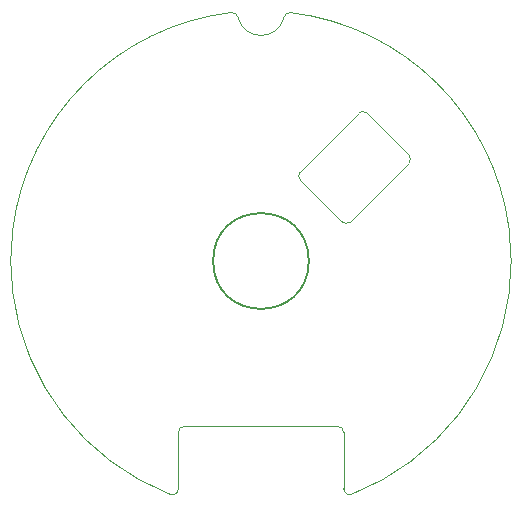
<source format=gbr>
%TF.GenerationSoftware,KiCad,Pcbnew,9.0.1*%
%TF.CreationDate,2025-04-26T02:16:23+02:00*%
%TF.ProjectId,view_screen,76696577-5f73-4637-9265-656e2e6b6963,0.1.0*%
%TF.SameCoordinates,Original*%
%TF.FileFunction,Profile,NP*%
%FSLAX46Y46*%
G04 Gerber Fmt 4.6, Leading zero omitted, Abs format (unit mm)*
G04 Created by KiCad (PCBNEW 9.0.1) date 2025-04-26 02:16:23*
%MOMM*%
%LPD*%
G01*
G04 APERTURE LIST*
%TA.AperFunction,Profile*%
%ADD10C,0.050000*%
%TD*%
%TA.AperFunction,Profile*%
%ADD11C,0.200000*%
%TD*%
G04 APERTURE END LIST*
D10*
X78983946Y-97305549D02*
G75*
G02*
X97493261Y-78962095I21020004J-2700001D01*
G01*
X97494519Y-78963170D02*
G75*
G02*
X98061684Y-79382196I69981J-498630D01*
G01*
X93003948Y-114505550D02*
G75*
G02*
X93503948Y-114005548I499952J50D01*
G01*
X93010941Y-119285549D02*
G75*
G02*
X92281730Y-119741215I-506941J-51D01*
G01*
X106503945Y-114005551D02*
G75*
G02*
X107003949Y-114505549I-45J-500049D01*
G01*
X107723340Y-119731704D02*
G75*
G02*
X107008042Y-119285549I-218540J446104D01*
G01*
X121013948Y-102705556D02*
G75*
G02*
X107723339Y-119731702I-21009998J2700006D01*
G01*
X101944511Y-79390812D02*
G75*
G02*
X102511734Y-78971776I497189J-79588D01*
G01*
X93003948Y-114505550D02*
X93010941Y-119285549D01*
X107003945Y-114505549D02*
X107008060Y-119285549D01*
X102511739Y-78971742D02*
G75*
G02*
X121013941Y-97305550I-2507799J-21033808D01*
G01*
X101944510Y-79390812D02*
G75*
G02*
X98062345Y-79382040I-1940010J479112D01*
G01*
X92281715Y-119741246D02*
G75*
G02*
X78983941Y-102705556I7722215J19735686D01*
G01*
D11*
X104050000Y-100000000D02*
G75*
G02*
X95950000Y-100000000I-4050000J0D01*
G01*
X95950000Y-100000000D02*
G75*
G02*
X104050000Y-100000000I4050000J0D01*
G01*
D10*
X93503948Y-114005550D02*
X106503945Y-114005551D01*
X121013944Y-97305549D02*
G75*
G02*
X121012540Y-102705375I-21013944J-2694451D01*
G01*
X78985350Y-102705375D02*
G75*
G02*
X78983947Y-97305549I21014650J2705375D01*
G01*
%TO.C,REF\u002A\u002A*%
X103325126Y-92432233D02*
X108274874Y-87482486D01*
X103325126Y-93139340D02*
X106860660Y-96674874D01*
X107567767Y-96674874D02*
X112517514Y-91725126D01*
X108981981Y-87482486D02*
X112517514Y-91018019D01*
X103325126Y-93139340D02*
G75*
G02*
X103325125Y-92432232I353551J353554D01*
G01*
X107567767Y-96674874D02*
G75*
G02*
X106860660Y-96674874I-353553J353554D01*
G01*
X108274874Y-87482486D02*
G75*
G02*
X108981981Y-87482486I353553J-353554D01*
G01*
X112517514Y-91018019D02*
G75*
G02*
X112517515Y-91725127I-353553J-353554D01*
G01*
%TD*%
M02*

</source>
